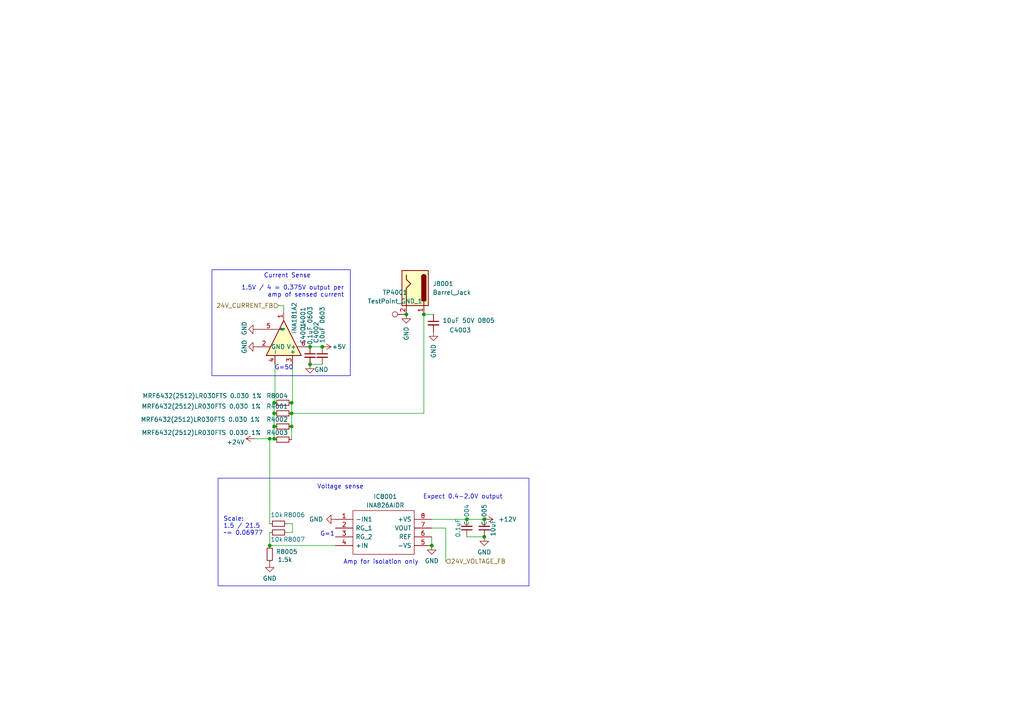
<source format=kicad_sch>
(kicad_sch (version 20231120) (generator "eeschema") (generator_version "8.0")
  (paper "A4")
  (lib_symbols
    (symbol "Amplifier_Current:INA181" (pin_names (offset 0.127))
      (property "Reference" "U" (at 3.81 3.81 0))
      (property "Value" "INA181" (at 3.81 -2.54 0))
      (symbol "INA181_0_1"
        (polyline (pts (xy 5.08 0) (xy -5.08 5.08) (xy -5.08 -5.08) (xy 5.08 0)) (stroke (width 0.254)) (fill (type background)))
      )
      (symbol "INA181_1_1"
        (pin output line (at 7.62 0 180) (length 2.54) (name "~") (number "1"))
        (pin power_in line (at -2.54 -7.62 90) (length 3.81) (name "GND") (number "2"))
        (pin input line (at -7.62 2.54 0) (length 2.54) (name "+") (number "3"))
        (pin input line (at -7.62 -2.54 0) (length 2.54) (name "-") (number "4"))
        (pin input line (at 2.54 -7.62 90) (length 6.35) (name "REF") (number "5"))
        (pin power_in line (at -2.54 7.62 270) (length 3.81) (name "V+") (number "6"))
      )
    )
    (symbol "Connector:Barrel_Jack" (pin_names (offset 1.016))
      (property "Reference" "J8001" (at -1.2701 5.08 90))
      (property "Value" "Barrel_Jack" (at 1.2699 5.08 90))
      (symbol "Barrel_Jack_0_1"
        (rectangle (start -5.08 3.81) (end 5.08 -3.81) (stroke (width 0.254)) (fill (type background)))
        (arc (start -3.302 3.175) (mid -3.9343 2.54) (end -3.302 1.905) (stroke (width 0.254)))
        (arc (start -3.302 3.175) (mid -3.9343 2.54) (end -3.302 1.905) (stroke (width 0.254)) (fill (type outline)))
        (polyline (pts (xy 5.08 2.54) (xy 3.81 2.54)) (stroke (width 0.254)))
        (polyline (pts (xy -3.81 -2.54) (xy -2.54 -2.54) (xy -1.27 -1.27) (xy 0 -2.54) (xy 2.54 -2.54) (xy 5.08 -2.54)) (stroke (width 0.254)))
        (rectangle (start 3.683 3.175) (end -3.302 1.905) (stroke (width 0.254)) (fill (type outline)))
      )
      (symbol "Barrel_Jack_1_1"
        (pin passive line (at 7.62 2.54 180) (length 2.54) (name "~") (number "1"))
        (pin passive line (at 7.62 -2.54 180) (length 2.54) (name "~") (number "2"))
      )
    )
    (symbol "Connector:TestPoint" (pin_numbers hide) (pin_names (offset 0.762) hide)
      (property "Reference" "TP" (at 0 6.858 0))
      (property "Value" "TestPoint" (at 0 5.08 0))
      (symbol "TestPoint_0_1"
        (circle (center 0 3.302) (radius 0.762))
      )
      (symbol "TestPoint_1_1"
        (pin passive line (at 0 0 90) (length 2.54) (name "1") (number "1"))
      )
    )
    (symbol "Device:C_Small" (pin_numbers hide) (pin_names (offset 0.254) hide)
      (property "Reference" "C" (at 0.254 1.778 0))
      (property "Value" "C_Small" (at 0.254 -2.032 0))
      (symbol "C_Small_0_1"
        (polyline (pts (xy -1.524 -0.508) (xy 1.524 -0.508)) (stroke (width 0.3302)))
        (polyline (pts (xy -1.524 0.508) (xy 1.524 0.508)) (stroke (width 0.3048)))
      )
      (symbol "C_Small_1_1"
        (pin passive line (at 0 2.54 270) (length 2.032) (name "~") (number "1"))
        (pin passive line (at 0 -2.54 90) (length 2.032) (name "~") (number "2"))
      )
    )
    (symbol "Device:R_Small" (pin_numbers hide) (pin_names (offset 0.254) hide)
      (property "Reference" "R" (at 0.762 0.508 0))
      (property "Value" "R_Small" (at 0.762 -1.016 0))
      (symbol "R_Small_0_1"
        (rectangle (start -0.762 1.778) (end 0.762 -1.778) (stroke (width 0.2032)))
      )
      (symbol "R_Small_1_1"
        (pin passive line (at 0 2.54 270) (length 0.762) (name "~") (number "1"))
        (pin passive line (at 0 -2.54 90) (length 0.762) (name "~") (number "2"))
      )
    )
    (symbol "aaa:INA826AIDR" (pin_names (offset 0.762))
      (property "Reference" "IC8001" (at 14.478 6.604 0))
      (property "Value" "INA826AIDR" (at 14.478 4.064 0))
      (symbol "INA826AIDR_0_0"
        (pin passive line (at 0 0 0) (length 5.08) (name "-IN1") (number "1"))
        (pin passive line (at 0 -2.54 0) (length 5.08) (name "RG_1") (number "2"))
        (pin passive line (at 0 -5.08 0) (length 5.08) (name "RG_2") (number "3"))
        (pin passive line (at 0 -7.62 0) (length 5.08) (name "+IN") (number "4"))
        (pin passive line (at 27.94 -7.62 180) (length 5.08) (name "-VS") (number "5"))
        (pin passive line (at 27.94 -5.08 180) (length 5.08) (name "REF") (number "6"))
        (pin passive line (at 27.94 -2.54 180) (length 5.08) (name "VOUT") (number "7"))
        (pin passive line (at 27.94 0 180) (length 5.08) (name "+VS") (number "8"))
      )
      (symbol "INA826AIDR_0_1"
        (polyline (pts (xy 5.08 2.54) (xy 22.86 2.54) (xy 22.86 -10.16) (xy 5.08 -10.16) (xy 5.08 2.54)) (stroke (width 0.1524)))
      )
    )
    (symbol "power:+12V" (power) (pin_names (offset 0))
      (property "Value" "+12V" (at 0 3.556 0))
      (symbol "+12V_0_1"
        (polyline (pts (xy -0.762 1.27) (xy 0 2.54)))
        (polyline (pts (xy 0 0) (xy 0 2.54)))
        (polyline (pts (xy 0 2.54) (xy 0.762 1.27)))
      )
      (symbol "+12V_1_1"
        (pin power_in line (at 0 0 90) (length 0) hide (name "+12V") (number "1"))
      )
    )
    (symbol "power:+24V" (power) (pin_names (offset 0))
      (property "Value" "+24V" (at 0 3.556 0))
      (symbol "+24V_0_1"
        (polyline (pts (xy -0.762 1.27) (xy 0 2.54)))
        (polyline (pts (xy 0 0) (xy 0 2.54)))
        (polyline (pts (xy 0 2.54) (xy 0.762 1.27)))
      )
      (symbol "+24V_1_1"
        (pin power_in line (at 0 0 90) (length 0) hide (name "+24V") (number "1"))
      )
    )
    (symbol "power:+5V" (power) (pin_names (offset 0))
      (property "Value" "+5V" (at 0 3.556 0))
      (symbol "+5V_0_1"
        (polyline (pts (xy -0.762 1.27) (xy 0 2.54)))
        (polyline (pts (xy 0 0) (xy 0 2.54)))
        (polyline (pts (xy 0 2.54) (xy 0.762 1.27)))
      )
      (symbol "+5V_1_1"
        (pin power_in line (at 0 0 90) (length 0) hide (name "+5V") (number "1"))
      )
    )
    (symbol "power:GND" (power) (pin_names (offset 0))
      (property "Value" "GND" (at 0 -3.81 0))
      (symbol "GND_0_1"
        (polyline (pts (xy 0 0) (xy 0 -1.27) (xy 1.27 -1.27) (xy 0 -2.54) (xy -1.27 -1.27) (xy 0 -1.27)))
      )
      (symbol "GND_1_1"
        (pin power_in line (at 0 0 270) (length 0) hide (name "GND") (number "1"))
      )
    )
  )
  (junction (at 89.916 100.584))
  (junction (at 78.232 158.242))
  (junction (at 78.232 127.254))
  (junction (at 79.502 116.84))
  (junction (at 89.916 105.664))
  (junction (at 79.502 127.254))
  (junction (at 140.462 150.622))
  (junction (at 79.502 123.698))
  (junction (at 125.222 158.242))
  (junction (at 84.582 123.698))
  (junction (at 79.502 119.888))
  (junction (at 140.462 155.702))
  (junction (at 117.856 91.186))
  (junction (at 122.936 91.186))
  (junction (at 93.472 100.584))
  (junction (at 84.582 119.888))
  (junction (at 135.382 150.622))
  (junction (at 84.582 116.84))
  (wire (pts (xy 78.232 158.242) (xy 97.282 158.242)))
  (wire (pts (xy 84.836 105.664) (xy 84.836 116.84)))
  (wire (pts (xy 79.502 123.698) (xy 79.502 127.254)))
  (wire (pts (xy 82.296 88.646) (xy 80.772 88.646)))
  (wire (pts (xy 78.232 127.254) (xy 78.232 151.892)))
  (wire (pts (xy 125.222 155.702) (xy 125.222 158.242)))
  (wire (pts (xy 93.472 105.664) (xy 89.916 105.664)))
  (wire (pts (xy 135.382 155.702) (xy 140.462 155.702)))
  (wire (pts (xy 79.502 127.254) (xy 79.502 127.508)))
  (wire (pts (xy 78.232 127.254) (xy 79.502 127.254)))
  (wire (pts (xy 122.936 91.186) (xy 122.936 119.888)))
  (wire (pts (xy 79.502 119.888) (xy 79.502 116.84)))
  (wire (pts (xy 79.756 105.664) (xy 79.756 116.586)))
  (wire (pts (xy 135.382 150.622) (xy 140.462 150.622)))
  (wire (pts (xy 122.936 91.186) (xy 125.73 91.186)))
  (wire (pts (xy 84.582 123.698) (xy 84.582 127.508)))
  (wire (pts (xy 84.582 116.84) (xy 84.582 119.888)))
  (wire (pts (xy 78.232 154.432) (xy 78.232 158.242)))
  (wire (pts (xy 79.502 116.84) (xy 79.502 116.586)))
  (wire (pts (xy 84.582 119.888) (xy 122.936 119.888)))
  (wire (pts (xy 129.286 153.162) (xy 129.286 162.814)))
  (wire (pts (xy 125.222 150.622) (xy 135.382 150.622)))
  (wire (pts (xy 73.914 127.254) (xy 78.232 127.254)))
  (wire (pts (xy 125.222 153.162) (xy 129.286 153.162)))
  (wire (pts (xy 84.836 151.892) (xy 84.836 154.432)))
  (wire (pts (xy 82.296 90.424) (xy 82.296 88.646)))
  (wire (pts (xy 93.472 100.584) (xy 89.916 100.584)))
  (wire (pts (xy 79.502 123.698) (xy 79.502 119.888)))
  (wire (pts (xy 84.836 154.432) (xy 83.312 154.432)))
  (wire (pts (xy 84.582 119.888) (xy 84.582 123.698)))
  (wire (pts (xy 83.312 151.892) (xy 84.836 151.892)))
  (wire (pts (xy 84.836 116.84) (xy 84.582 116.84)))
  (wire (pts (xy 79.502 116.586) (xy 79.756 116.586)))
  (rectangle (start 61.468 78.232) (end 101.6 108.966))
  (rectangle (start 63.246 138.684) (end 153.416 169.926))
  (text "Scale:\n1.5 / 21.5\n~= 0.06977" (at 64.77 155.448 0) (effects (font (size 1.27 1.27)) (justify left bottom)))
  (text "Voltage sense" (at 91.948 141.986 0) (effects (font (size 1.27 1.27)) (justify left bottom)))
  (text "Amp for isolation only" (at 99.568 163.83 0) (effects (font (size 1.27 1.27)) (justify left bottom)))
  (text "G=1" (at 92.837 155.702 0) (effects (font (size 1.27 1.27)) (justify left bottom)))
  (text "Expect 0.4-2.0V output" (at 122.682 144.907 0) (effects (font (size 1.27 1.27)) (justify left bottom)))
  (text "Current Sense" (at 90.17 80.772 0) (effects (font (size 1.27 1.27)) (justify right bottom)))
  (text "G=50" (at 85.09 107.442 0) (effects (font (size 1.27 1.27)) (justify right bottom)))
  (text "1.5V / 4 = 0.375V output per\namp of sensed current" (at 99.822 86.36 0) (effects (font (size 1.27 1.27)) (justify right bottom)))
  (hierarchical_label "24V_VOLTAGE_FB" (shape input) (at 129.286 162.814 0))
  (hierarchical_label "24V_CURRENT_FB" (shape input) (at 80.772 88.646 180))
  (symbol (lib_id "Device:R_Small") (at 80.772 151.892 90) (unit 1)
    (property "Reference" "R8006" (at 85.344 149.352 90))
    (property "Value" "10k" (at 80.264 149.352 90))
    (property "Footprint" "Resistor_SMD:R_0402_1005Metric" (effects (hide yes)))
    (property "Description" "Resistor, small symbol" (effects (hide yes)))
    (property "LCSC" "C25744" (effects (hide yes)))
  )
  (symbol (lib_id "Connector:TestPoint") (at 117.856 91.186 90) (unit 1)
    (property "Reference" "TP4001" (at 114.554 84.836 90))
    (property "Value" "TestPoint_GND_1" (at 114.554 87.376 90))
    (property "Footprint" "TestPoint:TestPoint_Pad_D1.0mm" (effects (hide yes)))
    (instances (project "stm32h7_base" (path "" (reference "TP4001") (unit 1))) (project "simplicity_analog_1" (path "" (reference "TP8002") (unit 1))))
  )
  (symbol (lib_id "power:+5V") (at 93.472 100.584 270) (mirror x) (unit 1)
    (property "Reference" "#PWR08005" (effects (hide yes)))
    (property "Value" "+5V" (at 98.298 100.584 90))
  )
  (symbol (lib_id "power:GND") (at 97.282 150.622 270) (unit 1)
    (property "Reference" "#PWR04001" (effects (hide yes)))
    (property "Value" "GND" (at 93.726 150.6219 90) (effects (justify right)))
    (instances (project "stm32h7_base" (path "" (reference "#PWR04001") (unit 1))) (project "simplicity_analog_1" (path "" (reference "#PWR0101") (unit 1))))
  )
  (symbol (lib_id "Device:R_Small") (at 82.042 127.508 90) (mirror x) (unit 1)
    (property "Reference" "R4003" (at 83.566 125.476 90) (effects (justify left)))
    (property "Value" "MRF6432(2512)LR030FTS 0.030 1%" (at 75.692 125.476 90) (effects (justify left)))
    (property "Footprint" "Resistor_SMD:R_2512_6332Metric" (effects (hide yes)))
    (property "Description" "Resistor, small symbol" (effects (hide yes)))
    (property "LCSC" "C76247" (effects (hide yes)))
    (instances (project "stm32h7_base" (path "" (reference "R4003") (unit 1))) (project "simplicity_analog_1" (path "" (reference "R8003") (unit 1))))
  )
  (symbol (lib_id "power:GND") (at 117.856 91.186 0) (unit 1)
    (property "Reference" "#PWR08006" (effects (hide yes)))
    (property "Value" "GND" (at 117.856 98.806 90) (effects (justify left)))
  )
  (symbol (lib_id "power:GND") (at 89.916 105.664 0) (mirror y) (unit 1)
    (property "Reference" "#PWR08004" (effects (hide yes)))
    (property "Value" "GND" (at 95.25 107.188 0) (effects (justify left)))
  )
  (symbol (lib_id "Device:R_Small") (at 80.772 154.432 90) (unit 1)
    (property "Reference" "R8007" (at 85.344 156.464 90))
    (property "Value" "10k" (at 80.264 156.464 90))
    (property "Footprint" "Resistor_SMD:R_0402_1005Metric" (effects (hide yes)))
    (property "Description" "Resistor, small symbol" (effects (hide yes)))
    (property "LCSC" "C25744" (effects (hide yes)))
  )
  (symbol (lib_id "power:GND") (at 125.73 96.266 0) (unit 1)
    (property "Reference" "#PWR08007" (effects (hide yes)))
    (property "Value" "GND" (at 125.73 103.886 90) (effects (justify left)))
  )
  (symbol (lib_id "Device:R_Small") (at 82.042 123.698 90) (mirror x) (unit 1)
    (property "Reference" "R4002" (at 83.566 121.666 90) (effects (justify left)))
    (property "Value" "MRF6432(2512)LR030FTS 0.030 1%" (at 75.438 121.666 90) (effects (justify left)))
    (property "Footprint" "Resistor_SMD:R_2512_6332Metric" (effects (hide yes)))
    (property "Description" "Resistor, small symbol" (effects (hide yes)))
    (property "LCSC" "C76247" (effects (hide yes)))
    (instances (project "stm32h7_base" (path "" (reference "R4002") (unit 1))) (project "simplicity_analog_1" (path "" (reference "R8002") (unit 1))))
  )
  (symbol (lib_id "Device:C_Small") (at 140.462 153.162 180) (unit 1)
    (property "Reference" "C4005" (at 140.462 149.352 90))
    (property "Value" "10uF" (at 143.002 153.162 90))
    (property "Footprint" "Capacitor_SMD:C_0603_1608Metric" (effects (hide yes)))
    (instances (project "stm32h7_base" (path "" (reference "C4005") (unit 1))) (project "simplicity_analog_1" (path "" (reference "C8006") (unit 1))))
  )
  (symbol (lib_id "Device:R_Small") (at 82.042 119.888 90) (mirror x) (unit 1)
    (property "Reference" "R4001" (at 83.566 117.856 90) (effects (justify left)))
    (property "Value" "MRF6432(2512)LR030FTS 0.030 1%" (at 75.692 117.856 90) (effects (justify left)))
    (property "Footprint" "Resistor_SMD:R_2512_6332Metric" (effects (hide yes)))
    (property "Description" "Resistor, small symbol" (effects (hide yes)))
    (property "LCSC" "C76247" (effects (hide yes)))
    (instances (project "stm32h7_base" (path "" (reference "R4001") (unit 1))) (project "simplicity_analog_1" (path "" (reference "R8001") (unit 1))))
  )
  (symbol (lib_id "Device:C_Small") (at 135.382 153.162 180) (unit 1)
    (property "Reference" "C4004" (at 135.382 149.352 90))
    (property "Value" "0.1uF" (at 132.842 153.162 90))
    (property "Footprint" "Capacitor_SMD:C_0402_1005Metric" (effects (hide yes)))
    (instances (project "stm32h7_base" (path "" (reference "C4004") (unit 1))) (project "simplicity_analog_1" (path "" (reference "C8005") (unit 1))))
  )
  (symbol (lib_id "power:GND") (at 140.462 155.702 0) (unit 1)
    (property "Reference" "#PWR08010" (effects (hide yes)))
    (property "Value" "GND" (at 140.462 160.147 0))
  )
  (symbol (lib_id "Device:C_Small") (at 93.472 103.124 0) (mirror y) (unit 1)
    (property "Reference" "C4002" (at 91.694 99.568 90) (effects (justify left)))
    (property "Value" "10uF 0603" (at 93.472 99.568 90) (effects (justify left)))
    (property "Footprint" "Capacitor_SMD:C_0603_1608Metric" (effects (hide yes)))
    (instances (project "stm32h7_base" (path "" (reference "C4002") (unit 1))) (project "simplicity_analog_1" (path "" (reference "C8002") (unit 1))))
  )
  (symbol (lib_id "Device:R_Small") (at 78.232 160.782 180) (unit 1)
    (property "Reference" "R8005" (at 80.01 160.02 0) (effects (justify right)))
    (property "Value" "1.5k" (at 80.518 162.306 0) (effects (justify right)))
    (property "Footprint" "Resistor_SMD:R_0402_1005Metric" (effects (hide yes)))
    (property "Description" "Resistor, small symbol" (effects (hide yes)))
    (property "LCSC" "C25867" (effects (hide yes)))
  )
  (symbol (lib_id "Device:R_Small") (at 82.042 116.84 90) (mirror x) (unit 1)
    (property "Reference" "R8004" (at 83.566 114.808 90) (effects (justify left)))
    (property "Value" "MRF6432(2512)LR030FTS 0.030 1%" (at 75.946 114.808 90) (effects (justify left)))
    (property "Footprint" "Resistor_SMD:R_2512_6332Metric" (effects (hide yes)))
    (property "Description" "Resistor, small symbol" (effects (hide yes)))
    (property "LCSC" "C76247" (effects (hide yes)))
  )
  (symbol (lib_id "Connector:Barrel_Jack") (at 120.396 83.566 270) (unit 1)
    (property "Reference" "J8001" (at 125.476 82.2959 90) (effects (justify left)))
    (property "Value" "Barrel_Jack" (at 125.476 84.8359 90) (effects (justify left)))
    (property "Footprint" "Connector_BarrelJack:BarrelJack_Horizontal" (effects (hide yes)))
  )
  (symbol (lib_id "Device:C_Small") (at 125.73 93.726 0) (unit 1)
    (property "Reference" "C4003" (at 136.652 95.758 0) (effects (justify right)))
    (property "Value" "10uF 50V 0805" (at 143.51 92.964 0) (effects (justify right)))
    (property "Footprint" "Capacitor_SMD:C_0805_2012Metric" (effects (hide yes)))
    (property "LCSC" "C440198" (effects (hide yes)))
    (instances (project "stm32h7_base" (path "" (reference "C4003") (unit 1))) (project "simplicity_analog_1" (path "" (reference "C8003") (unit 1))))
  )
  (symbol (lib_id "Device:C_Small") (at 89.916 103.124 0) (mirror y) (unit 1)
    (property "Reference" "C4001" (at 87.884 99.822 90) (effects (justify left)))
    (property "Value" "0.1uF 0603" (at 89.916 100.076 90) (effects (justify left)))
    (property "Footprint" "Capacitor_SMD:C_0603_1608Metric" (effects (hide yes)))
    (instances (project "stm32h7_base" (path "" (reference "C4001") (unit 1))) (project "simplicity_analog_1" (path "" (reference "C8001") (unit 1))))
  )
  (symbol (lib_id "aaa:INA826AIDR") (at 97.282 150.622 0) (unit 1)
    (property "Reference" "IC8001" (at 111.76 144.018 0))
    (property "Value" "INA826AIDR" (at 111.76 146.558 0))
    (property "Footprint" "aaa:SOIC127P600X175-8N" (effects (hide yes)))
    (property "Datasheet" "http://www.ti.com/lit/gpn/ina826" (effects (hide yes)))
    (property "Description" "Precision, 200-uA Supply Current, 36-V Supply Instrumentation Amplifier" (effects (hide yes)))
    (property "Height" "1.75" (effects (hide yes)))
    (property "Manufacturer_Name" "Texas Instruments" (effects (hide yes)))
    (property "Manufacturer_Part_Number" "INA826AIDR" (effects (hide yes)))
    (property "Mouser Part Number" "595-INA826AIDR" (effects (hide yes)))
    (property "Mouser Price/Stock" "https://www.mouser.co.uk/ProductDetail/Texas-Instruments/INA826AIDR?qs=RqytGdBYyUFuQNJtlkA6aQ%3D%3D" (effects (hide yes)))
    (property "Arrow Part Number" "INA826AIDR" (effects (hide yes)))
    (property "Arrow Price/Stock" "https://www.arrow.com/en/products/ina826aidr/texas-instruments?region=nac" (effects (hide yes)))
    (property "LCSC" "C38433" (effects (hide yes)))
  )
  (symbol (lib_id "power:GND") (at 74.676 100.584 270) (mirror x) (unit 1)
    (property "Reference" "#PWR08002" (effects (hide yes)))
    (property "Value" "GND" (at 70.866 102.616 0) (effects (justify left)))
  )
  (symbol (lib_id "power:GND") (at 125.222 158.242 0) (unit 1)
    (property "Reference" "#PWR08008" (effects (hide yes)))
    (property "Value" "GND" (at 125.222 162.687 0))
  )
  (symbol (lib_id "power:GND") (at 78.232 163.322 0) (unit 1)
    (property "Reference" "#PWR08011" (effects (hide yes)))
    (property "Value" "GND" (at 78.232 167.767 0))
  )
  (symbol (lib_id "Amplifier_Current:INA181") (at 82.296 98.044 270) (mirror x) (unit 1)
    (property "Reference" "U4001" (at 87.884 92.202 0))
    (property "Value" "INA181A2" (at 85.344 92.202 0))
    (property "Footprint" "Package_TO_SOT_SMD:SOT-23-6" (effects (hide yes)))
    (property "Datasheet" "http://www.ti.com/lit/ds/symlink/ina181.pdf" (effects (hide yes)))
    (property "LCSC" "C2058784" (effects (hide yes)))
    (instances (project "stm32h7_base" (path "" (reference "U4001") (unit 1))) (project "simplicity_analog_1" (path "" (reference "U8001") (unit 1))))
  )
  (symbol (lib_id "power:+12V") (at 140.462 150.622 270) (unit 1)
    (property "Reference" "#PWR08009" (effects (hide yes)))
    (property "Value" "+12V" (at 144.526 150.6219 90) (effects (justify left)))
  )
  (symbol (lib_id "power:+24V") (at 73.914 127.254 90) (mirror x) (unit 1)
    (property "Reference" "#PWR08003" (effects (hide yes)))
    (property "Value" "+24V" (at 68.326 128.27 90))
  )
  (symbol (lib_id "power:GND") (at 74.676 95.504 270) (mirror x) (unit 1)
    (property "Reference" "#PWR08001" (effects (hide yes)))
    (property "Value" "GND" (at 70.866 97.282 0) (effects (justify left)))
  )
)
</source>
